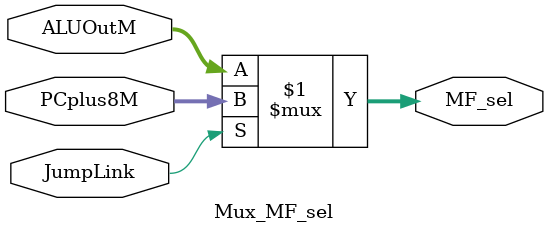
<source format=v>
`timescale 1ns / 1ps
module Mux_FlushPC_nPC(
	 input  FlushPC,           //Ñ¡ÔñÐÅºÅ
	 input  [31:0] PCplus4,    //ÊäÈë0,PC+4
	 input  [31:0] nPC,        //ÊäÈë1,Ìø×ª»ò·ÖÖ§µØÖ·
	 output  [31:0] F_nPC      //Ñ¡Ôñ½á¹û
	 );
	 assign F_nPC = FlushPC ? nPC : PCplus4;
	 
endmodule


module Mux_RegAddr(
	 input  RegDst,           //Ñ¡ÔñÐÅºÅ
	 input  [4:0] Rt,         //´ýÑ¡Öµ0
	 input  [4:0] Rd,         //´ýÑ¡Öµ1
	 output  [4:0] RegAddr    //Ñ¡Ôñ½á¹û
    );
	 assign RegAddr = RegDst ? Rd : Rt;

endmodule


module Mux_ALUSrc(
	 input ALUSrc,              //Ñ¡ÔñÐÅºÅ
	 input [31:0] ReadData2,    //´ýÑ¡Öµ0
	 input [31:0] imm32,        //´ýÑ¡Öµ1
	 output [31:0] ALU_B        //Ñ¡Ôñ½á¹û
    );
	 assign ALU_B = ALUSrc ? imm32 : ReadData2;

endmodule


module Mux_RegData(
	 input  MemtoReg,           //Ñ¡ÔñÐÅºÅ
	 input  [31:0] ALUOut,      //´ýÑ¡Öµ0
	 input  [31:0] ReadData,    //´ýÑ¡Öµ1
	 output  [31:0] RegData     //Ñ¡Ôñ½á¹û
    );
	 assign RegData = MemtoReg ? ReadData : ALUOut;

endmodule


module Mux_raRegData(
	 input  RegRA,               //Ñ¡ÔñÐÅºÅ
	 input  [31:0] RegData,      //ÊäÈë0
	 input  [31:0] PCplus8,      //ÊäÈë1
	 output  [31:0] raRegData    //Êä³ö½á¹û
	 );
	 assign raRegData = RegRA ? PCplus8 : RegData;
	 
endmodule


module Mux_RegRA(
	 input  RegRA,               //Ñ¡ÔñÐÅºÅ           
	 input  [4:0] RegAddr,       //ÊäÈë0
	 output  [4:0] raRegAddr    //Êä³ö½á¹û
	 );
	 assign raRegAddr = RegRA ? 5'b11111 : RegAddr;
	 
endmodule


module Mux_MF_sel(
	 input  JumpLink,                //Ñ¡ÔñÐÅºÅ
	 input  [31:0] ALUOutM,          //ÊäÈë0
	 input  [31:0] PCplus8M,         //ÊäÈë1
	 output  [31:0] MF_sel           //Êä³ö½á¹û
	 );
	 assign MF_sel = JumpLink ? PCplus8M : ALUOutM ;
	 
endmodule

</source>
